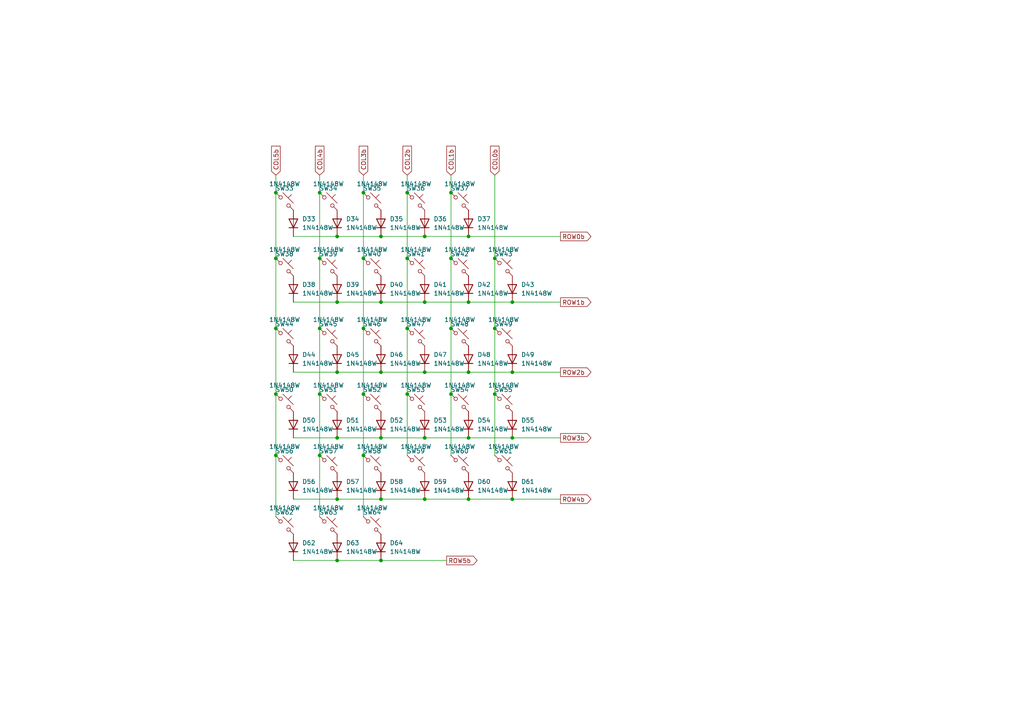
<source format=kicad_sch>
(kicad_sch (version 20250114) (generator "eeschema") (generator_version "9.0")
  (paper "A4")
  (title_block (title "Matrix for Slave side"))
  (lib_symbols
    (symbol "Device:D" (pin_numbers (hide yes)) (pin_names (offset 1.016) (hide yes))
      (property "Reference" "D" (at 0 2.54 0))
      (property "Value" "D" (at 0 -2.54 0))
      (symbol "D_0_1"
        (polyline (pts (xy -1.27 1.27) (xy -1.27 -1.27)) (stroke (width 0.254)))
        (polyline (pts (xy 1.27 1.27) (xy 1.27 -1.27) (xy -1.27 0) (xy 1.27 1.27)) (stroke (width 0.254)))
        (polyline (pts (xy 1.27 0) (xy -1.27 0)))
      )
      (symbol "D_1_1"
        (pin passive line (at -3.81 0 0) (length 2.54) (name "K") (number "1"))
        (pin passive line (at 3.81 0 180) (length 2.54) (name "A") (number "2"))
      )
    )
    (symbol "Switch:SW_Push_45deg" (pin_numbers (hide yes)) (pin_names (offset 1.016) (hide yes))
      (property "Reference" "SW" (at 3.048 1.016 0))
      (property "Value" "SW_Push_45deg" (at 0 -3.81 0))
      (symbol "SW_Push_45deg_0_1"
        (polyline (pts (xy -2.54 2.54) (xy -1.524 1.524) (xy -1.524 1.524)))
        (circle (center -1.1684 1.1684) (radius 0.508))
        (polyline (pts (xy -0.508 2.54) (xy 2.54 -0.508)))
        (polyline (pts (xy 1.016 1.016) (xy 2.032 2.032)))
        (circle (center 1.143 -1.1938) (radius 0.508))
        (polyline (pts (xy 1.524 -1.524) (xy 2.54 -2.54) (xy 2.54 -2.54) (xy 2.54 -2.54)))
        (pin passive line (at -2.54 2.54 0) (length 0) (name "1") (number "1"))
        (pin passive line (at 2.54 -2.54 180) (length 0) (name "2") (number "2"))
      )
    )
  )
  (junction (at 97.79 162.56))
  (junction (at 130.81 55.88))
  (junction (at 135.89 127))
  (junction (at 105.41 132.08))
  (junction (at 92.71 55.88))
  (junction (at 97.79 87.63))
  (junction (at 80.01 95.25))
  (junction (at 110.49 87.63))
  (junction (at 110.49 144.78))
  (junction (at 135.89 87.63))
  (junction (at 143.51 114.3))
  (junction (at 123.19 127))
  (junction (at 92.71 74.93))
  (junction (at 80.01 132.08))
  (junction (at 110.49 107.95))
  (junction (at 123.19 87.63))
  (junction (at 135.89 107.95))
  (junction (at 118.11 74.93))
  (junction (at 123.19 68.58))
  (junction (at 130.81 74.93))
  (junction (at 97.79 107.95))
  (junction (at 105.41 95.25))
  (junction (at 130.81 95.25))
  (junction (at 92.71 132.08))
  (junction (at 148.59 87.63))
  (junction (at 80.01 114.3))
  (junction (at 135.89 68.58))
  (junction (at 130.81 114.3))
  (junction (at 148.59 144.78))
  (junction (at 92.71 114.3))
  (junction (at 105.41 55.88))
  (junction (at 118.11 114.3))
  (junction (at 97.79 144.78))
  (junction (at 110.49 162.56))
  (junction (at 143.51 95.25))
  (junction (at 148.59 107.95))
  (junction (at 80.01 74.93))
  (junction (at 110.49 68.58))
  (junction (at 118.11 55.88))
  (junction (at 123.19 144.78))
  (junction (at 148.59 127))
  (junction (at 143.51 74.93))
  (junction (at 80.01 55.88))
  (junction (at 135.89 144.78))
  (junction (at 110.49 127))
  (junction (at 97.79 127))
  (junction (at 118.11 95.25))
  (junction (at 92.71 95.25))
  (junction (at 123.19 107.95))
  (junction (at 105.41 114.3))
  (junction (at 97.79 68.58))
  (junction (at 105.41 74.93))
  (wire (pts (xy 110.49 144.78) (xy 123.19 144.78)))
  (wire (pts (xy 105.41 114.3) (xy 105.41 132.08)))
  (wire (pts (xy 85.09 68.58) (xy 97.79 68.58)))
  (wire (pts (xy 148.59 127) (xy 162.56 127)))
  (wire (pts (xy 92.71 95.25) (xy 92.71 114.3)))
  (wire (pts (xy 97.79 144.78) (xy 110.49 144.78)))
  (wire (pts (xy 143.51 114.3) (xy 143.51 132.08)))
  (wire (pts (xy 80.01 55.88) (xy 80.01 74.93)))
  (wire (pts (xy 97.79 68.58) (xy 110.49 68.58)))
  (wire (pts (xy 123.19 127) (xy 135.89 127)))
  (wire (pts (xy 97.79 162.56) (xy 110.49 162.56)))
  (wire (pts (xy 92.71 55.88) (xy 92.71 74.93)))
  (wire (pts (xy 135.89 127) (xy 148.59 127)))
  (wire (pts (xy 110.49 68.58) (xy 123.19 68.58)))
  (wire (pts (xy 80.01 132.08) (xy 80.01 149.86)))
  (wire (pts (xy 118.11 55.88) (xy 118.11 74.93)))
  (wire (pts (xy 80.01 74.93) (xy 80.01 95.25)))
  (wire (pts (xy 135.89 68.58) (xy 162.56 68.58)))
  (wire (pts (xy 118.11 95.25) (xy 118.11 114.3)))
  (wire (pts (xy 97.79 87.63) (xy 110.49 87.63)))
  (wire (pts (xy 105.41 74.93) (xy 105.41 95.25)))
  (wire (pts (xy 110.49 107.95) (xy 123.19 107.95)))
  (wire (pts (xy 148.59 107.95) (xy 162.56 107.95)))
  (wire (pts (xy 148.59 144.78) (xy 162.56 144.78)))
  (wire (pts (xy 123.19 87.63) (xy 135.89 87.63)))
  (wire (pts (xy 85.09 162.56) (xy 97.79 162.56)))
  (wire (pts (xy 80.01 95.25) (xy 80.01 114.3)))
  (wire (pts (xy 130.81 74.93) (xy 130.81 95.25)))
  (wire (pts (xy 143.51 74.93) (xy 143.51 95.25)))
  (wire (pts (xy 130.81 55.88) (xy 130.81 74.93)))
  (wire (pts (xy 92.71 74.93) (xy 92.71 95.25)))
  (wire (pts (xy 85.09 127) (xy 97.79 127)))
  (wire (pts (xy 92.71 114.3) (xy 92.71 132.08)))
  (wire (pts (xy 92.71 50.8) (xy 92.71 55.88)))
  (wire (pts (xy 135.89 87.63) (xy 148.59 87.63)))
  (wire (pts (xy 143.51 50.8) (xy 143.51 74.93)))
  (wire (pts (xy 105.41 50.8) (xy 105.41 55.88)))
  (wire (pts (xy 110.49 87.63) (xy 123.19 87.63)))
  (wire (pts (xy 118.11 114.3) (xy 118.11 132.08)))
  (wire (pts (xy 123.19 144.78) (xy 135.89 144.78)))
  (wire (pts (xy 85.09 107.95) (xy 97.79 107.95)))
  (wire (pts (xy 118.11 50.8) (xy 118.11 55.88)))
  (wire (pts (xy 105.41 95.25) (xy 105.41 114.3)))
  (wire (pts (xy 97.79 107.95) (xy 110.49 107.95)))
  (wire (pts (xy 110.49 162.56) (xy 129.54 162.56)))
  (wire (pts (xy 85.09 87.63) (xy 97.79 87.63)))
  (wire (pts (xy 135.89 144.78) (xy 148.59 144.78)))
  (wire (pts (xy 105.41 132.08) (xy 105.41 149.86)))
  (wire (pts (xy 80.01 50.8) (xy 80.01 55.88)))
  (wire (pts (xy 85.09 144.78) (xy 97.79 144.78)))
  (wire (pts (xy 135.89 107.95) (xy 148.59 107.95)))
  (wire (pts (xy 130.81 50.8) (xy 130.81 55.88)))
  (wire (pts (xy 97.79 127) (xy 110.49 127)))
  (wire (pts (xy 143.51 95.25) (xy 143.51 114.3)))
  (wire (pts (xy 110.49 127) (xy 123.19 127)))
  (wire (pts (xy 123.19 107.95) (xy 135.89 107.95)))
  (wire (pts (xy 118.11 74.93) (xy 118.11 95.25)))
  (wire (pts (xy 130.81 95.25) (xy 130.81 114.3)))
  (wire (pts (xy 105.41 55.88) (xy 105.41 74.93)))
  (wire (pts (xy 123.19 68.58) (xy 135.89 68.58)))
  (wire (pts (xy 148.59 87.63) (xy 162.56 87.63)))
  (wire (pts (xy 92.71 132.08) (xy 92.71 149.86)))
  (wire (pts (xy 130.81 114.3) (xy 130.81 132.08)))
  (wire (pts (xy 80.01 114.3) (xy 80.01 132.08)))
  (global_label "COL1b" (shape input) (at 130.81 50.8 90) (property "Intersheetrefs" "${INTERSHEET_REFS}" (effects (hide yes))))
  (global_label "ROW0b" (shape output) (at 162.56 68.58 0) (property "Intersheetrefs" "${INTERSHEET_REFS}" (effects (hide yes))))
  (global_label "ROW1b" (shape output) (at 162.56 87.63 0) (property "Intersheetrefs" "${INTERSHEET_REFS}" (effects (hide yes))))
  (global_label "ROW4b" (shape output) (at 162.56 144.78 0) (property "Intersheetrefs" "${INTERSHEET_REFS}" (effects (hide yes))))
  (global_label "COL4b" (shape input) (at 92.71 50.8 90) (property "Intersheetrefs" "${INTERSHEET_REFS}" (effects (hide yes))))
  (global_label "COL2b" (shape input) (at 118.11 50.8 90) (property "Intersheetrefs" "${INTERSHEET_REFS}" (effects (hide yes))))
  (global_label "ROW2b" (shape output) (at 162.56 107.95 0) (property "Intersheetrefs" "${INTERSHEET_REFS}" (effects (hide yes))))
  (global_label "ROW5b" (shape output) (at 129.54 162.56 0) (property "Intersheetrefs" "${INTERSHEET_REFS}" (effects (hide yes))))
  (global_label "COL3b" (shape input) (at 105.41 50.8 90) (property "Intersheetrefs" "${INTERSHEET_REFS}" (effects (hide yes))))
  (global_label "ROW3b" (shape output) (at 162.56 127 0) (property "Intersheetrefs" "${INTERSHEET_REFS}" (effects (hide yes))))
  (global_label "COL0b" (shape input) (at 143.51 50.8 90) (property "Intersheetrefs" "${INTERSHEET_REFS}" (effects (hide yes))))
  (global_label "COL5b" (shape input) (at 80.01 50.8 90) (property "Intersheetrefs" "${INTERSHEET_REFS}" (effects (hide yes))))
  (symbol (lib_id "Switch:SW_Push_45deg") (at 82.55 134.62 0) (unit 1)
    (property "Reference" "SW56" (at 82.55 130.81 0))
    (property "Value" "1N4148W" (at 82.55 129.54 0))
    (property "Footprint" "PCM_Switch_Keyboard_Hotswap_Kailh:SW_Hotswap_Kailh_Choc_V1_Plated_1.00u" (effects (hide yes)))
    (property "LCSC" "C917030" (effects (hide yes)))
    (property "LCSC Part" "C917030" (effects (hide yes)))
  )
  (symbol (lib_id "Switch:SW_Push_45deg") (at 146.05 97.79 0) (unit 1)
    (property "Reference" "SW49" (at 146.05 93.98 0))
    (property "Value" "1N4148W" (at 146.05 92.71 0))
    (property "Footprint" "PCM_Switch_Keyboard_Hotswap_Kailh:SW_Hotswap_Kailh_Choc_V1_Plated_1.00u" (effects (hide yes)))
    (property "LCSC" "C917030" (effects (hide yes)))
    (property "LCSC Part" "C917030" (effects (hide yes)))
  )
  (symbol (lib_id "Device:D") (at 110.49 104.14 90) (unit 1)
    (property "Reference" "D46" (at 113.03 102.87 90) (effects (justify right)))
    (property "Value" "1N4148W" (at 113.03 105.41 90) (effects (justify right)))
    (property "Footprint" "Diode_SMD:D_SOD-123" (effects (hide yes)))
    (property "Sim.Device" "D" (effects (hide yes)))
    (property "Sim.Pins" "1=K 2=A" (effects (hide yes)))
    (property "LCSC" "C917030" (effects (hide yes)))
    (property "LCSC Part" "C917030" (effects (hide yes)))
  )
  (symbol (lib_id "Switch:SW_Push_45deg") (at 133.35 58.42 0) (unit 1)
    (property "Reference" "SW37" (at 133.35 54.61 0))
    (property "Value" "1N4148W" (at 133.35 53.34 0))
    (property "Footprint" "PCM_Switch_Keyboard_Hotswap_Kailh:SW_Hotswap_Kailh_Choc_V1_Plated_1.00u" (effects (hide yes)))
    (property "LCSC" "C917030" (effects (hide yes)))
    (property "LCSC Part" "C917030" (effects (hide yes)))
  )
  (symbol (lib_id "Switch:SW_Push_45deg") (at 146.05 134.62 0) (unit 1)
    (property "Reference" "SW61" (at 146.05 130.81 0))
    (property "Value" "1N4148W" (at 146.05 129.54 0))
    (property "Footprint" "PCM_Switch_Keyboard_Hotswap_Kailh:SW_Hotswap_Kailh_Choc_V1_Plated_1.00u" (effects (hide yes)))
    (property "LCSC" "C917030" (effects (hide yes)))
    (property "LCSC Part" "C917030" (effects (hide yes)))
  )
  (symbol (lib_id "Device:D") (at 148.59 83.82 90) (unit 1)
    (property "Reference" "D43" (at 151.13 82.55 90) (effects (justify right)))
    (property "Value" "1N4148W" (at 151.13 85.09 90) (effects (justify right)))
    (property "Footprint" "Diode_SMD:D_SOD-123" (effects (hide yes)))
    (property "Sim.Device" "D" (effects (hide yes)))
    (property "Sim.Pins" "1=K 2=A" (effects (hide yes)))
    (property "LCSC" "C917030" (effects (hide yes)))
    (property "LCSC Part" "C917030" (effects (hide yes)))
  )
  (symbol (lib_id "Device:D") (at 85.09 83.82 90) (unit 1)
    (property "Reference" "D38" (at 87.63 82.55 90) (effects (justify right)))
    (property "Value" "1N4148W" (at 87.63 85.09 90) (effects (justify right)))
    (property "Footprint" "Diode_SMD:D_SOD-123" (effects (hide yes)))
    (property "Sim.Device" "D" (effects (hide yes)))
    (property "Sim.Pins" "1=K 2=A" (effects (hide yes)))
    (property "LCSC" "C917030" (effects (hide yes)))
    (property "LCSC Part" "C917030" (effects (hide yes)))
  )
  (symbol (lib_id "Device:D") (at 97.79 123.19 90) (unit 1)
    (property "Reference" "D51" (at 100.33 121.92 90) (effects (justify right)))
    (property "Value" "1N4148W" (at 100.33 124.46 90) (effects (justify right)))
    (property "Footprint" "Diode_SMD:D_SOD-123" (effects (hide yes)))
    (property "Sim.Device" "D" (effects (hide yes)))
    (property "Sim.Pins" "1=K 2=A" (effects (hide yes)))
    (property "LCSC" "C917030" (effects (hide yes)))
    (property "LCSC Part" "C917030" (effects (hide yes)))
  )
  (symbol (lib_id "Switch:SW_Push_45deg") (at 107.95 58.42 0) (unit 1)
    (property "Reference" "SW35" (at 107.95 54.61 0))
    (property "Value" "1N4148W" (at 107.95 53.34 0))
    (property "Footprint" "PCM_Switch_Keyboard_Hotswap_Kailh:SW_Hotswap_Kailh_Choc_V1_Plated_1.00u" (effects (hide yes)))
    (property "LCSC" "C917030" (effects (hide yes)))
    (property "LCSC Part" "C917030" (effects (hide yes)))
  )
  (symbol (lib_id "Device:D") (at 135.89 140.97 90) (unit 1)
    (property "Reference" "D60" (at 138.43 139.7 90) (effects (justify right)))
    (property "Value" "1N4148W" (at 138.43 142.24 90) (effects (justify right)))
    (property "Footprint" "Diode_SMD:D_SOD-123" (effects (hide yes)))
    (property "Sim.Device" "D" (effects (hide yes)))
    (property "Sim.Pins" "1=K 2=A" (effects (hide yes)))
    (property "LCSC" "C917030" (effects (hide yes)))
    (property "LCSC Part" "C917030" (effects (hide yes)))
  )
  (symbol (lib_id "Switch:SW_Push_45deg") (at 107.95 134.62 0) (unit 1)
    (property "Reference" "SW58" (at 107.95 130.81 0))
    (property "Value" "1N4148W" (at 107.95 129.54 0))
    (property "Footprint" "PCM_Switch_Keyboard_Hotswap_Kailh:SW_Hotswap_Kailh_Choc_V1_Plated_1.00u" (effects (hide yes)))
    (property "LCSC" "C917030" (effects (hide yes)))
    (property "LCSC Part" "C917030" (effects (hide yes)))
  )
  (symbol (lib_id "Switch:SW_Push_45deg") (at 146.05 116.84 0) (unit 1)
    (property "Reference" "SW55" (at 146.05 113.03 0))
    (property "Value" "1N4148W" (at 146.05 111.76 0))
    (property "Footprint" "PCM_Switch_Keyboard_Hotswap_Kailh:SW_Hotswap_Kailh_Choc_V1_Plated_1.00u" (effects (hide yes)))
    (property "LCSC" "C917030" (effects (hide yes)))
    (property "LCSC Part" "C917030" (effects (hide yes)))
  )
  (symbol (lib_id "Switch:SW_Push_45deg") (at 82.55 152.4 0) (unit 1)
    (property "Reference" "SW62" (at 82.55 148.59 0))
    (property "Value" "1N4148W" (at 82.55 147.32 0))
    (property "Footprint" "PCM_Switch_Keyboard_Hotswap_Kailh:SW_Hotswap_Kailh_Choc_V1_Plated_1.50u" (effects (hide yes)))
    (property "LCSC" "C917030" (effects (hide yes)))
    (property "LCSC Part" "C917030" (effects (hide yes)))
  )
  (symbol (lib_id "Device:D") (at 148.59 140.97 90) (unit 1)
    (property "Reference" "D61" (at 151.13 139.7 90) (effects (justify right)))
    (property "Value" "1N4148W" (at 151.13 142.24 90) (effects (justify right)))
    (property "Footprint" "Diode_SMD:D_SOD-123" (effects (hide yes)))
    (property "Sim.Device" "D" (effects (hide yes)))
    (property "Sim.Pins" "1=K 2=A" (effects (hide yes)))
    (property "LCSC" "C917030" (effects (hide yes)))
    (property "LCSC Part" "C917030" (effects (hide yes)))
  )
  (symbol (lib_id "Device:D") (at 97.79 83.82 90) (unit 1)
    (property "Reference" "D39" (at 100.33 82.55 90) (effects (justify right)))
    (property "Value" "1N4148W" (at 100.33 85.09 90) (effects (justify right)))
    (property "Footprint" "Diode_SMD:D_SOD-123" (effects (hide yes)))
    (property "Sim.Device" "D" (effects (hide yes)))
    (property "Sim.Pins" "1=K 2=A" (effects (hide yes)))
    (property "LCSC" "C917030" (effects (hide yes)))
    (property "LCSC Part" "C917030" (effects (hide yes)))
  )
  (symbol (lib_id "Device:D") (at 85.09 158.75 90) (unit 1)
    (property "Reference" "D62" (at 87.63 157.48 90) (effects (justify right)))
    (property "Value" "1N4148W" (at 87.63 160.02 90) (effects (justify right)))
    (property "Footprint" "Diode_SMD:D_SOD-123" (effects (hide yes)))
    (property "Sim.Device" "D" (effects (hide yes)))
    (property "Sim.Pins" "1=K 2=A" (effects (hide yes)))
    (property "LCSC" "C917030" (effects (hide yes)))
    (property "LCSC Part" "C917030" (effects (hide yes)))
  )
  (symbol (lib_id "Switch:SW_Push_45deg") (at 120.65 77.47 0) (unit 1)
    (property "Reference" "SW41" (at 120.65 73.66 0))
    (property "Value" "1N4148W" (at 120.65 72.39 0))
    (property "Footprint" "PCM_Switch_Keyboard_Hotswap_Kailh:SW_Hotswap_Kailh_Choc_V1_Plated_1.00u" (effects (hide yes)))
    (property "LCSC" "C917030" (effects (hide yes)))
    (property "LCSC Part" "C917030" (effects (hide yes)))
  )
  (symbol (lib_id "Device:D") (at 85.09 64.77 90) (unit 1)
    (property "Reference" "D33" (at 87.63 63.5 90) (effects (justify right)))
    (property "Value" "1N4148W" (at 87.63 66.04 90) (effects (justify right)))
    (property "Footprint" "Diode_SMD:D_SOD-123" (effects (hide yes)))
    (property "Sim.Device" "D" (effects (hide yes)))
    (property "Sim.Pins" "1=K 2=A" (effects (hide yes)))
    (property "LCSC" "C917030" (effects (hide yes)))
    (property "LCSC Part" "C917030" (effects (hide yes)))
  )
  (symbol (lib_id "Switch:SW_Push_45deg") (at 120.65 134.62 0) (unit 1)
    (property "Reference" "SW59" (at 120.65 130.81 0))
    (property "Value" "1N4148W" (at 120.65 129.54 0))
    (property "Footprint" "PCM_Switch_Keyboard_Hotswap_Kailh:SW_Hotswap_Kailh_Choc_V1_Plated_1.00u" (effects (hide yes)))
    (property "LCSC" "C917030" (effects (hide yes)))
    (property "LCSC Part" "C917030" (effects (hide yes)))
  )
  (symbol (lib_id "Device:D") (at 110.49 140.97 90) (unit 1)
    (property "Reference" "D58" (at 113.03 139.7 90) (effects (justify right)))
    (property "Value" "1N4148W" (at 113.03 142.24 90) (effects (justify right)))
    (property "Footprint" "Diode_SMD:D_SOD-123" (effects (hide yes)))
    (property "Sim.Device" "D" (effects (hide yes)))
    (property "Sim.Pins" "1=K 2=A" (effects (hide yes)))
    (property "LCSC" "C917030" (effects (hide yes)))
    (property "LCSC Part" "C917030" (effects (hide yes)))
  )
  (symbol (lib_id "Switch:SW_Push_45deg") (at 107.95 152.4 0) (unit 1)
    (property "Reference" "SW64" (at 107.95 148.59 0))
    (property "Value" "1N4148W" (at 107.95 147.32 0))
    (property "Footprint" "PCM_Switch_Keyboard_Hotswap_Kailh:SW_Hotswap_Kailh_Choc_V1_Plated_1.00u" (effects (hide yes)))
    (property "LCSC" "C917030" (effects (hide yes)))
    (property "LCSC Part" "C917030" (effects (hide yes)))
  )
  (symbol (lib_id "Device:D") (at 123.19 104.14 90) (unit 1)
    (property "Reference" "D47" (at 125.73 102.87 90) (effects (justify right)))
    (property "Value" "1N4148W" (at 125.73 105.41 90) (effects (justify right)))
    (property "Footprint" "Diode_SMD:D_SOD-123" (effects (hide yes)))
    (property "Sim.Device" "D" (effects (hide yes)))
    (property "Sim.Pins" "1=K 2=A" (effects (hide yes)))
    (property "LCSC" "C917030" (effects (hide yes)))
    (property "LCSC Part" "C917030" (effects (hide yes)))
  )
  (symbol (lib_id "Device:D") (at 97.79 140.97 90) (unit 1)
    (property "Reference" "D57" (at 100.33 139.7 90) (effects (justify right)))
    (property "Value" "1N4148W" (at 100.33 142.24 90) (effects (justify right)))
    (property "Footprint" "Diode_SMD:D_SOD-123" (effects (hide yes)))
    (property "Sim.Device" "D" (effects (hide yes)))
    (property "Sim.Pins" "1=K 2=A" (effects (hide yes)))
    (property "LCSC" "C917030" (effects (hide yes)))
    (property "LCSC Part" "C917030" (effects (hide yes)))
  )
  (symbol (lib_id "Switch:SW_Push_45deg") (at 95.25 134.62 0) (unit 1)
    (property "Reference" "SW57" (at 95.25 130.81 0))
    (property "Value" "1N4148W" (at 95.25 129.54 0))
    (property "Footprint" "PCM_Switch_Keyboard_Hotswap_Kailh:SW_Hotswap_Kailh_Choc_V1_Plated_1.00u" (effects (hide yes)))
    (property "LCSC" "C917030" (effects (hide yes)))
    (property "LCSC Part" "C917030" (effects (hide yes)))
  )
  (symbol (lib_id "Device:D") (at 110.49 64.77 90) (unit 1)
    (property "Reference" "D35" (at 113.03 63.5 90) (effects (justify right)))
    (property "Value" "1N4148W" (at 113.03 66.04 90) (effects (justify right)))
    (property "Footprint" "Diode_SMD:D_SOD-123" (effects (hide yes)))
    (property "Sim.Device" "D" (effects (hide yes)))
    (property "Sim.Pins" "1=K 2=A" (effects (hide yes)))
    (property "LCSC" "C917030" (effects (hide yes)))
    (property "LCSC Part" "C917030" (effects (hide yes)))
  )
  (symbol (lib_id "Device:D") (at 110.49 158.75 90) (unit 1)
    (property "Reference" "D64" (at 113.03 157.48 90) (effects (justify right)))
    (property "Value" "1N4148W" (at 113.03 160.02 90) (effects (justify right)))
    (property "Footprint" "Diode_SMD:D_SOD-123" (effects (hide yes)))
    (property "Sim.Device" "D" (effects (hide yes)))
    (property "Sim.Pins" "1=K 2=A" (effects (hide yes)))
    (property "LCSC" "C917030" (effects (hide yes)))
    (property "LCSC Part" "C917030" (effects (hide yes)))
  )
  (symbol (lib_id "Switch:SW_Push_45deg") (at 95.25 152.4 0) (unit 1)
    (property "Reference" "SW63" (at 95.25 148.59 0))
    (property "Value" "1N4148W" (at 95.25 147.32 0))
    (property "Footprint" "PCM_Switch_Keyboard_Hotswap_Kailh:SW_Hotswap_Kailh_Choc_V1_Plated_1.00u" (effects (hide yes)))
    (property "LCSC" "C917030" (effects (hide yes)))
    (property "LCSC Part" "C917030" (effects (hide yes)))
  )
  (symbol (lib_id "Device:D") (at 97.79 64.77 90) (unit 1)
    (property "Reference" "D34" (at 100.33 63.5 90) (effects (justify right)))
    (property "Value" "1N4148W" (at 100.33 66.04 90) (effects (justify right)))
    (property "Footprint" "Diode_SMD:D_SOD-123" (effects (hide yes)))
    (property "Sim.Device" "D" (effects (hide yes)))
    (property "Sim.Pins" "1=K 2=A" (effects (hide yes)))
    (property "LCSC" "C917030" (effects (hide yes)))
    (property "LCSC Part" "C917030" (effects (hide yes)))
  )
  (symbol (lib_id "Switch:SW_Push_45deg") (at 107.95 77.47 0) (unit 1)
    (property "Reference" "SW40" (at 107.95 73.66 0))
    (property "Value" "1N4148W" (at 107.95 72.39 0))
    (property "Footprint" "PCM_Switch_Keyboard_Hotswap_Kailh:SW_Hotswap_Kailh_Choc_V1_Plated_1.00u" (effects (hide yes)))
    (property "LCSC" "C917030" (effects (hide yes)))
    (property "LCSC Part" "C917030" (effects (hide yes)))
  )
  (symbol (lib_id "Device:D") (at 110.49 123.19 90) (unit 1)
    (property "Reference" "D52" (at 113.03 121.92 90) (effects (justify right)))
    (property "Value" "1N4148W" (at 113.03 124.46 90) (effects (justify right)))
    (property "Footprint" "Diode_SMD:D_SOD-123" (effects (hide yes)))
    (property "Sim.Device" "D" (effects (hide yes)))
    (property "Sim.Pins" "1=K 2=A" (effects (hide yes)))
    (property "LCSC" "C917030" (effects (hide yes)))
    (property "LCSC Part" "C917030" (effects (hide yes)))
  )
  (symbol (lib_id "Switch:SW_Push_45deg") (at 133.35 134.62 0) (unit 1)
    (property "Reference" "SW60" (at 133.35 130.81 0))
    (property "Value" "1N4148W" (at 133.35 129.54 0))
    (property "Footprint" "PCM_Switch_Keyboard_Hotswap_Kailh:SW_Hotswap_Kailh_Choc_V1_Plated_1.00u" (effects (hide yes)))
    (property "LCSC" "C917030" (effects (hide yes)))
    (property "LCSC Part" "C917030" (effects (hide yes)))
  )
  (symbol (lib_id "Switch:SW_Push_45deg") (at 82.55 116.84 0) (unit 1)
    (property "Reference" "SW50" (at 82.55 113.03 0))
    (property "Value" "1N4148W" (at 82.55 111.76 0))
    (property "Footprint" "PCM_Switch_Keyboard_Hotswap_Kailh:SW_Hotswap_Kailh_Choc_V1_Plated_1.00u" (effects (hide yes)))
    (property "LCSC" "C917030" (effects (hide yes)))
    (property "LCSC Part" "C917030" (effects (hide yes)))
  )
  (symbol (lib_id "Device:D") (at 110.49 83.82 90) (unit 1)
    (property "Reference" "D40" (at 113.03 82.55 90) (effects (justify right)))
    (property "Value" "1N4148W" (at 113.03 85.09 90) (effects (justify right)))
    (property "Footprint" "Diode_SMD:D_SOD-123" (effects (hide yes)))
    (property "Sim.Device" "D" (effects (hide yes)))
    (property "Sim.Pins" "1=K 2=A" (effects (hide yes)))
    (property "LCSC" "C917030" (effects (hide yes)))
    (property "LCSC Part" "C917030" (effects (hide yes)))
  )
  (symbol (lib_id "Switch:SW_Push_45deg") (at 95.25 58.42 0) (unit 1)
    (property "Reference" "SW34" (at 95.25 54.61 0))
    (property "Value" "1N4148W" (at 95.25 53.34 0))
    (property "Footprint" "PCM_Switch_Keyboard_Hotswap_Kailh:SW_Hotswap_Kailh_Choc_V1_Plated_1.00u" (effects (hide yes)))
    (property "LCSC" "C917030" (effects (hide yes)))
    (property "LCSC Part" "C917030" (effects (hide yes)))
  )
  (symbol (lib_id "Device:D") (at 97.79 158.75 90) (unit 1)
    (property "Reference" "D63" (at 100.33 157.48 90) (effects (justify right)))
    (property "Value" "1N4148W" (at 100.33 160.02 90) (effects (justify right)))
    (property "Footprint" "Diode_SMD:D_SOD-123" (effects (hide yes)))
    (property "Sim.Device" "D" (effects (hide yes)))
    (property "Sim.Pins" "1=K 2=A" (effects (hide yes)))
    (property "LCSC" "C917030" (effects (hide yes)))
    (property "LCSC Part" "C917030" (effects (hide yes)))
  )
  (symbol (lib_id "Device:D") (at 85.09 123.19 90) (unit 1)
    (property "Reference" "D50" (at 87.63 121.92 90) (effects (justify right)))
    (property "Value" "1N4148W" (at 87.63 124.46 90) (effects (justify right)))
    (property "Footprint" "Diode_SMD:D_SOD-123" (effects (hide yes)))
    (property "Sim.Device" "D" (effects (hide yes)))
    (property "Sim.Pins" "1=K 2=A" (effects (hide yes)))
    (property "LCSC" "C917030" (effects (hide yes)))
    (property "LCSC Part" "C917030" (effects (hide yes)))
  )
  (symbol (lib_id "Switch:SW_Push_45deg") (at 82.55 58.42 0) (unit 1)
    (property "Reference" "SW33" (at 82.55 54.61 0))
    (property "Value" "1N4148W" (at 82.55 53.34 0))
    (property "Footprint" "PCM_Switch_Keyboard_Hotswap_Kailh:SW_Hotswap_Kailh_Choc_V1_Plated_1.00u" (effects (hide yes)))
    (property "LCSC" "C917030" (effects (hide yes)))
    (property "LCSC Part" "C917030" (effects (hide yes)))
  )
  (symbol (lib_id "Switch:SW_Push_45deg") (at 133.35 97.79 0) (unit 1)
    (property "Reference" "SW48" (at 133.35 93.98 0))
    (property "Value" "1N4148W" (at 133.35 92.71 0))
    (property "Footprint" "PCM_Switch_Keyboard_Hotswap_Kailh:SW_Hotswap_Kailh_Choc_V1_Plated_1.00u" (effects (hide yes)))
    (property "LCSC" "C917030" (effects (hide yes)))
    (property "LCSC Part" "C917030" (effects (hide yes)))
  )
  (symbol (lib_id "Switch:SW_Push_45deg") (at 133.35 116.84 0) (unit 1)
    (property "Reference" "SW54" (at 133.35 113.03 0))
    (property "Value" "1N4148W" (at 133.35 111.76 0))
    (property "Footprint" "PCM_Switch_Keyboard_Hotswap_Kailh:SW_Hotswap_Kailh_Choc_V1_Plated_1.00u" (effects (hide yes)))
    (property "LCSC" "C917030" (effects (hide yes)))
    (property "LCSC Part" "C917030" (effects (hide yes)))
  )
  (symbol (lib_id "Device:D") (at 135.89 123.19 90) (unit 1)
    (property "Reference" "D54" (at 138.43 121.92 90) (effects (justify right)))
    (property "Value" "1N4148W" (at 138.43 124.46 90) (effects (justify right)))
    (property "Footprint" "Diode_SMD:D_SOD-123" (effects (hide yes)))
    (property "Sim.Device" "D" (effects (hide yes)))
    (property "Sim.Pins" "1=K 2=A" (effects (hide yes)))
    (property "LCSC" "C917030" (effects (hide yes)))
    (property "LCSC Part" "C917030" (effects (hide yes)))
  )
  (symbol (lib_id "Device:D") (at 135.89 104.14 90) (unit 1)
    (property "Reference" "D48" (at 138.43 102.87 90) (effects (justify right)))
    (property "Value" "1N4148W" (at 138.43 105.41 90) (effects (justify right)))
    (property "Footprint" "Diode_SMD:D_SOD-123" (effects (hide yes)))
    (property "Sim.Device" "D" (effects (hide yes)))
    (property "Sim.Pins" "1=K 2=A" (effects (hide yes)))
    (property "LCSC" "C917030" (effects (hide yes)))
    (property "LCSC Part" "C917030" (effects (hide yes)))
  )
  (symbol (lib_id "Switch:SW_Push_45deg") (at 82.55 77.47 0) (unit 1)
    (property "Reference" "SW38" (at 82.55 73.66 0))
    (property "Value" "1N4148W" (at 82.55 72.39 0))
    (property "Footprint" "PCM_Switch_Keyboard_Hotswap_Kailh:SW_Hotswap_Kailh_Choc_V1_Plated_1.00u" (effects (hide yes)))
    (property "LCSC" "C917030" (effects (hide yes)))
    (property "LCSC Part" "C917030" (effects (hide yes)))
  )
  (symbol (lib_id "Device:D") (at 97.79 104.14 90) (unit 1)
    (property "Reference" "D45" (at 100.33 102.87 90) (effects (justify right)))
    (property "Value" "1N4148W" (at 100.33 105.41 90) (effects (justify right)))
    (property "Footprint" "Diode_SMD:D_SOD-123" (effects (hide yes)))
    (property "Sim.Device" "D" (effects (hide yes)))
    (property "Sim.Pins" "1=K 2=A" (effects (hide yes)))
    (property "LCSC" "C917030" (effects (hide yes)))
    (property "LCSC Part" "C917030" (effects (hide yes)))
  )
  (symbol (lib_id "Switch:SW_Push_45deg") (at 95.25 97.79 0) (unit 1)
    (property "Reference" "SW45" (at 95.25 93.98 0))
    (property "Value" "1N4148W" (at 95.25 92.71 0))
    (property "Footprint" "PCM_Switch_Keyboard_Hotswap_Kailh:SW_Hotswap_Kailh_Choc_V1_Plated_1.00u" (effects (hide yes)))
    (property "LCSC" "C917030" (effects (hide yes)))
    (property "LCSC Part" "C917030" (effects (hide yes)))
  )
  (symbol (lib_id "Switch:SW_Push_45deg") (at 133.35 77.47 0) (unit 1)
    (property "Reference" "SW42" (at 133.35 73.66 0))
    (property "Value" "1N4148W" (at 133.35 72.39 0))
    (property "Footprint" "PCM_Switch_Keyboard_Hotswap_Kailh:SW_Hotswap_Kailh_Choc_V1_Plated_1.00u" (effects (hide yes)))
    (property "LCSC" "C917030" (effects (hide yes)))
    (property "LCSC Part" "C917030" (effects (hide yes)))
  )
  (symbol (lib_id "Device:D") (at 135.89 83.82 90) (unit 1)
    (property "Reference" "D42" (at 138.43 82.55 90) (effects (justify right)))
    (property "Value" "1N4148W" (at 138.43 85.09 90) (effects (justify right)))
    (property "Footprint" "Diode_SMD:D_SOD-123" (effects (hide yes)))
    (property "Sim.Device" "D" (effects (hide yes)))
    (property "Sim.Pins" "1=K 2=A" (effects (hide yes)))
    (property "LCSC" "C917030" (effects (hide yes)))
    (property "LCSC Part" "C917030" (effects (hide yes)))
  )
  (symbol (lib_id "Device:D") (at 135.89 64.77 90) (unit 1)
    (property "Reference" "D37" (at 138.43 63.5 90) (effects (justify right)))
    (property "Value" "1N4148W" (at 138.43 66.04 90) (effects (justify right)))
    (property "Footprint" "Diode_SMD:D_SOD-123" (effects (hide yes)))
    (property "Sim.Device" "D" (effects (hide yes)))
    (property "Sim.Pins" "1=K 2=A" (effects (hide yes)))
    (property "LCSC" "C917030" (effects (hide yes)))
    (property "LCSC Part" "C917030" (effects (hide yes)))
  )
  (symbol (lib_id "Device:D") (at 123.19 123.19 90) (unit 1)
    (property "Reference" "D53" (at 125.73 121.92 90) (effects (justify right)))
    (property "Value" "1N4148W" (at 125.73 124.46 90) (effects (justify right)))
    (property "Footprint" "Diode_SMD:D_SOD-123" (effects (hide yes)))
    (property "Sim.Device" "D" (effects (hide yes)))
    (property "Sim.Pins" "1=K 2=A" (effects (hide yes)))
    (property "LCSC" "C917030" (effects (hide yes)))
    (property "LCSC Part" "C917030" (effects (hide yes)))
  )
  (symbol (lib_id "Device:D") (at 85.09 104.14 90) (unit 1)
    (property "Reference" "D44" (at 87.63 102.87 90) (effects (justify right)))
    (property "Value" "1N4148W" (at 87.63 105.41 90) (effects (justify right)))
    (property "Footprint" "Diode_SMD:D_SOD-123" (effects (hide yes)))
    (property "Sim.Device" "D" (effects (hide yes)))
    (property "Sim.Pins" "1=K 2=A" (effects (hide yes)))
    (property "LCSC" "C917030" (effects (hide yes)))
    (property "LCSC Part" "C917030" (effects (hide yes)))
  )
  (symbol (lib_id "Switch:SW_Push_45deg") (at 107.95 97.79 0) (unit 1)
    (property "Reference" "SW46" (at 107.95 93.98 0))
    (property "Value" "1N4148W" (at 107.95 92.71 0))
    (property "Footprint" "PCM_Switch_Keyboard_Hotswap_Kailh:SW_Hotswap_Kailh_Choc_V1_Plated_1.00u" (effects (hide yes)))
    (property "LCSC" "C917030" (effects (hide yes)))
    (property "LCSC Part" "C917030" (effects (hide yes)))
  )
  (symbol (lib_id "Device:D") (at 123.19 83.82 90) (unit 1)
    (property "Reference" "D41" (at 125.73 82.55 90) (effects (justify right)))
    (property "Value" "1N4148W" (at 125.73 85.09 90) (effects (justify right)))
    (property "Footprint" "Diode_SMD:D_SOD-123" (effects (hide yes)))
    (property "Sim.Device" "D" (effects (hide yes)))
    (property "Sim.Pins" "1=K 2=A" (effects (hide yes)))
    (property "LCSC" "C917030" (effects (hide yes)))
    (property "LCSC Part" "C917030" (effects (hide yes)))
  )
  (symbol (lib_id "Switch:SW_Push_45deg") (at 95.25 116.84 0) (unit 1)
    (property "Reference" "SW51" (at 95.25 113.03 0))
    (property "Value" "1N4148W" (at 95.25 111.76 0))
    (property "Footprint" "PCM_Switch_Keyboard_Hotswap_Kailh:SW_Hotswap_Kailh_Choc_V1_Plated_1.00u" (effects (hide yes)))
    (property "LCSC" "C917030" (effects (hide yes)))
    (property "LCSC Part" "C917030" (effects (hide yes)))
  )
  (symbol (lib_id "Switch:SW_Push_45deg") (at 120.65 116.84 0) (unit 1)
    (property "Reference" "SW53" (at 120.65 113.03 0))
    (property "Value" "1N4148W" (at 120.65 111.76 0))
    (property "Footprint" "PCM_Switch_Keyboard_Hotswap_Kailh:SW_Hotswap_Kailh_Choc_V1_Plated_1.00u" (effects (hide yes)))
    (property "LCSC" "C917030" (effects (hide yes)))
    (property "LCSC Part" "C917030" (effects (hide yes)))
  )
  (symbol (lib_id "Device:D") (at 123.19 140.97 90) (unit 1)
    (property "Reference" "D59" (at 125.73 139.7 90) (effects (justify right)))
    (property "Value" "1N4148W" (at 125.73 142.24 90) (effects (justify right)))
    (property "Footprint" "Diode_SMD:D_SOD-123" (effects (hide yes)))
    (property "Sim.Device" "D" (effects (hide yes)))
    (property "Sim.Pins" "1=K 2=A" (effects (hide yes)))
    (property "LCSC" "C917030" (effects (hide yes)))
    (property "LCSC Part" "C917030" (effects (hide yes)))
  )
  (symbol (lib_id "Switch:SW_Push_45deg") (at 107.95 116.84 0) (unit 1)
    (property "Reference" "SW52" (at 107.95 113.03 0))
    (property "Value" "1N4148W" (at 107.95 111.76 0))
    (property "Footprint" "PCM_Switch_Keyboard_Hotswap_Kailh:SW_Hotswap_Kailh_Choc_V1_Plated_1.00u" (effects (hide yes)))
    (property "LCSC" "C917030" (effects (hide yes)))
    (property "LCSC Part" "C917030" (effects (hide yes)))
  )
  (symbol (lib_id "Switch:SW_Push_45deg") (at 120.65 58.42 0) (unit 1)
    (property "Reference" "SW36" (at 120.65 54.61 0))
    (property "Value" "1N4148W" (at 120.65 53.34 0))
    (property "Footprint" "PCM_Switch_Keyboard_Hotswap_Kailh:SW_Hotswap_Kailh_Choc_V1_Plated_1.00u" (effects (hide yes)))
    (property "LCSC" "C917030" (effects (hide yes)))
    (property "LCSC Part" "C917030" (effects (hide yes)))
  )
  (symbol (lib_id "Switch:SW_Push_45deg") (at 146.05 77.47 0) (unit 1)
    (property "Reference" "SW43" (at 146.05 73.66 0))
    (property "Value" "1N4148W" (at 146.05 72.39 0))
    (property "Footprint" "PCM_Switch_Keyboard_Hotswap_Kailh:SW_Hotswap_Kailh_Choc_V1_Plated_1.00u" (effects (hide yes)))
    (property "LCSC" "C917030" (effects (hide yes)))
    (property "LCSC Part" "C917030" (effects (hide yes)))
  )
  (symbol (lib_id "Switch:SW_Push_45deg") (at 120.65 97.79 0) (unit 1)
    (property "Reference" "SW47" (at 120.65 93.98 0))
    (property "Value" "1N4148W" (at 120.65 92.71 0))
    (property "Footprint" "PCM_Switch_Keyboard_Hotswap_Kailh:SW_Hotswap_Kailh_Choc_V1_Plated_1.00u" (effects (hide yes)))
    (property "LCSC" "C917030" (effects (hide yes)))
    (property "LCSC Part" "C917030" (effects (hide yes)))
  )
  (symbol (lib_id "Device:D") (at 148.59 123.19 90) (unit 1)
    (property "Reference" "D55" (at 151.13 121.92 90) (effects (justify right)))
    (property "Value" "1N4148W" (at 151.13 124.46 90) (effects (justify right)))
    (property "Footprint" "Diode_SMD:D_SOD-123" (effects (hide yes)))
    (property "Sim.Device" "D" (effects (hide yes)))
    (property "Sim.Pins" "1=K 2=A" (effects (hide yes)))
    (property "LCSC" "C917030" (effects (hide yes)))
    (property "LCSC Part" "C917030" (effects (hide yes)))
  )
  (symbol (lib_id "Switch:SW_Push_45deg") (at 82.55 97.79 0) (unit 1)
    (property "Reference" "SW44" (at 82.55 93.98 0))
    (property "Value" "1N4148W" (at 82.55 92.71 0))
    (property "Footprint" "PCM_Switch_Keyboard_Hotswap_Kailh:SW_Hotswap_Kailh_Choc_V1_Plated_1.00u" (effects (hide yes)))
    (property "LCSC" "C917030" (effects (hide yes)))
    (property "LCSC Part" "C917030" (effects (hide yes)))
  )
  (symbol (lib_id "Device:D") (at 85.09 140.97 90) (unit 1)
    (property "Reference" "D56" (at 87.63 139.7 90) (effects (justify right)))
    (property "Value" "1N4148W" (at 87.63 142.24 90) (effects (justify right)))
    (property "Footprint" "Diode_SMD:D_SOD-123" (effects (hide yes)))
    (property "Sim.Device" "D" (effects (hide yes)))
    (property "Sim.Pins" "1=K 2=A" (effects (hide yes)))
    (property "LCSC" "C917030" (effects (hide yes)))
    (property "LCSC Part" "C917030" (effects (hide yes)))
  )
  (symbol (lib_id "Switch:SW_Push_45deg") (at 95.25 77.47 0) (unit 1)
    (property "Reference" "SW39" (at 95.25 73.66 0))
    (property "Value" "1N4148W" (at 95.25 72.39 0))
    (property "Footprint" "PCM_Switch_Keyboard_Hotswap_Kailh:SW_Hotswap_Kailh_Choc_V1_Plated_1.00u" (effects (hide yes)))
    (property "LCSC" "C917030" (effects (hide yes)))
    (property "LCSC Part" "C917030" (effects (hide yes)))
  )
  (symbol (lib_id "Device:D") (at 148.59 104.14 90) (unit 1)
    (property "Reference" "D49" (at 151.13 102.87 90) (effects (justify right)))
    (property "Value" "1N4148W" (at 151.13 105.41 90) (effects (justify right)))
    (property "Footprint" "Diode_SMD:D_SOD-123" (effects (hide yes)))
    (property "Sim.Device" "D" (effects (hide yes)))
    (property "Sim.Pins" "1=K 2=A" (effects (hide yes)))
    (property "LCSC" "C917030" (effects (hide yes)))
    (property "LCSC Part" "C917030" (effects (hide yes)))
  )
  (symbol (lib_id "Device:D") (at 123.19 64.77 90) (unit 1)
    (property "Reference" "D36" (at 125.73 63.5 90) (effects (justify right)))
    (property "Value" "1N4148W" (at 125.73 66.04 90) (effects (justify right)))
    (property "Footprint" "Diode_SMD:D_SOD-123" (effects (hide yes)))
    (property "Sim.Device" "D" (effects (hide yes)))
    (property "Sim.Pins" "1=K 2=A" (effects (hide yes)))
    (property "LCSC" "C917030" (effects (hide yes)))
    (property "LCSC Part" "C917030" (effects (hide yes)))
  )
)
</source>
